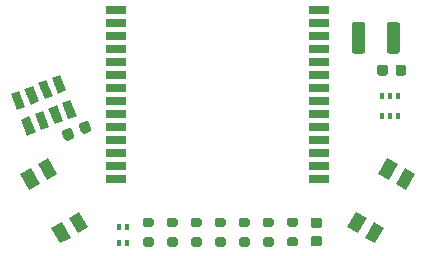
<source format=gbr>
G04 #@! TF.GenerationSoftware,KiCad,Pcbnew,(5.1.10)-1*
G04 #@! TF.CreationDate,2021-09-02T18:37:34+02:00*
G04 #@! TF.ProjectId,nrf52-sensor-tag,6e726635-322d-4736-956e-736f722d7461,rev?*
G04 #@! TF.SameCoordinates,Original*
G04 #@! TF.FileFunction,Paste,Top*
G04 #@! TF.FilePolarity,Positive*
%FSLAX46Y46*%
G04 Gerber Fmt 4.6, Leading zero omitted, Abs format (unit mm)*
G04 Created by KiCad (PCBNEW (5.1.10)-1) date 2021-09-02 18:37:34*
%MOMM*%
%LPD*%
G01*
G04 APERTURE LIST*
%ADD10R,0.400000X0.500000*%
%ADD11R,1.700000X0.800000*%
%ADD12C,0.100000*%
%ADD13R,0.300000X0.550000*%
G04 APERTURE END LIST*
G36*
G01*
X136066100Y-59964501D02*
X136066100Y-57764499D01*
G75*
G02*
X136316099Y-57514500I249999J0D01*
G01*
X136966101Y-57514500D01*
G75*
G02*
X137216100Y-57764499I0J-249999D01*
G01*
X137216100Y-59964501D01*
G75*
G02*
X136966101Y-60214500I-249999J0D01*
G01*
X136316099Y-60214500D01*
G75*
G02*
X136066100Y-59964501I0J249999D01*
G01*
G37*
G36*
G01*
X133116100Y-59964501D02*
X133116100Y-57764499D01*
G75*
G02*
X133366099Y-57514500I249999J0D01*
G01*
X134016101Y-57514500D01*
G75*
G02*
X134266100Y-57764499I0J-249999D01*
G01*
X134266100Y-59964501D01*
G75*
G02*
X134016101Y-60214500I-249999J0D01*
G01*
X133366099Y-60214500D01*
G75*
G02*
X133116100Y-59964501I0J249999D01*
G01*
G37*
G36*
G01*
X115620000Y-75736000D02*
X116170000Y-75736000D01*
G75*
G02*
X116370000Y-75936000I0J-200000D01*
G01*
X116370000Y-76336000D01*
G75*
G02*
X116170000Y-76536000I-200000J0D01*
G01*
X115620000Y-76536000D01*
G75*
G02*
X115420000Y-76336000I0J200000D01*
G01*
X115420000Y-75936000D01*
G75*
G02*
X115620000Y-75736000I200000J0D01*
G01*
G37*
G36*
G01*
X115620000Y-74086000D02*
X116170000Y-74086000D01*
G75*
G02*
X116370000Y-74286000I0J-200000D01*
G01*
X116370000Y-74686000D01*
G75*
G02*
X116170000Y-74886000I-200000J0D01*
G01*
X115620000Y-74886000D01*
G75*
G02*
X115420000Y-74686000I0J200000D01*
G01*
X115420000Y-74286000D01*
G75*
G02*
X115620000Y-74086000I200000J0D01*
G01*
G37*
G36*
G01*
X117653000Y-75736000D02*
X118203000Y-75736000D01*
G75*
G02*
X118403000Y-75936000I0J-200000D01*
G01*
X118403000Y-76336000D01*
G75*
G02*
X118203000Y-76536000I-200000J0D01*
G01*
X117653000Y-76536000D01*
G75*
G02*
X117453000Y-76336000I0J200000D01*
G01*
X117453000Y-75936000D01*
G75*
G02*
X117653000Y-75736000I200000J0D01*
G01*
G37*
G36*
G01*
X117653000Y-74086000D02*
X118203000Y-74086000D01*
G75*
G02*
X118403000Y-74286000I0J-200000D01*
G01*
X118403000Y-74686000D01*
G75*
G02*
X118203000Y-74886000I-200000J0D01*
G01*
X117653000Y-74886000D01*
G75*
G02*
X117453000Y-74686000I0J200000D01*
G01*
X117453000Y-74286000D01*
G75*
G02*
X117653000Y-74086000I200000J0D01*
G01*
G37*
G36*
G01*
X120235000Y-74886000D02*
X119685000Y-74886000D01*
G75*
G02*
X119485000Y-74686000I0J200000D01*
G01*
X119485000Y-74286000D01*
G75*
G02*
X119685000Y-74086000I200000J0D01*
G01*
X120235000Y-74086000D01*
G75*
G02*
X120435000Y-74286000I0J-200000D01*
G01*
X120435000Y-74686000D01*
G75*
G02*
X120235000Y-74886000I-200000J0D01*
G01*
G37*
G36*
G01*
X120235000Y-76536000D02*
X119685000Y-76536000D01*
G75*
G02*
X119485000Y-76336000I0J200000D01*
G01*
X119485000Y-75936000D01*
G75*
G02*
X119685000Y-75736000I200000J0D01*
G01*
X120235000Y-75736000D01*
G75*
G02*
X120435000Y-75936000I0J-200000D01*
G01*
X120435000Y-76336000D01*
G75*
G02*
X120235000Y-76536000I-200000J0D01*
G01*
G37*
D10*
X113417000Y-74915000D03*
X114117000Y-74915000D03*
X114117000Y-76215000D03*
X113417000Y-76215000D03*
D11*
X130340000Y-70815000D03*
X130340000Y-69715000D03*
X130340000Y-68615000D03*
X130340000Y-67515000D03*
X130340000Y-66415000D03*
X130340000Y-65315000D03*
X130340000Y-64215000D03*
X130340000Y-63115000D03*
X130340000Y-62015000D03*
X130340000Y-60915000D03*
X130340000Y-59815000D03*
X130340000Y-58715000D03*
X130340000Y-57615000D03*
X130340000Y-56515000D03*
X113140000Y-70815000D03*
X113140000Y-69715000D03*
X113140000Y-68615000D03*
X113140000Y-67515000D03*
X113140000Y-66415000D03*
X113140000Y-65315000D03*
X113140000Y-64215000D03*
X113140000Y-63115000D03*
X113140000Y-62015000D03*
X113140000Y-60915000D03*
X113140000Y-59815000D03*
X113140000Y-58715000D03*
X113140000Y-57615000D03*
X113140000Y-56515000D03*
D12*
G36*
X104942837Y-63369440D02*
G01*
X105486017Y-64713857D01*
X104790629Y-64994812D01*
X104247449Y-63650395D01*
X104942837Y-63369440D01*
G37*
G36*
X106101817Y-62901182D02*
G01*
X106644997Y-64245599D01*
X105949609Y-64526554D01*
X105406429Y-63182137D01*
X106101817Y-62901182D01*
G37*
G36*
X107260796Y-62432923D02*
G01*
X107803976Y-63777340D01*
X107108588Y-64058295D01*
X106565408Y-62713878D01*
X107260796Y-62432923D01*
G37*
G36*
X108419776Y-61964665D02*
G01*
X108962956Y-63309082D01*
X108267568Y-63590037D01*
X107724388Y-62245620D01*
X108419776Y-61964665D01*
G37*
G36*
X109281371Y-64097188D02*
G01*
X109824551Y-65441605D01*
X109129163Y-65722560D01*
X108585983Y-64378143D01*
X109281371Y-64097188D01*
G37*
G36*
X108122391Y-64565446D02*
G01*
X108665571Y-65909863D01*
X107970183Y-66190818D01*
X107427003Y-64846401D01*
X108122391Y-64565446D01*
G37*
G36*
X106963412Y-65033705D02*
G01*
X107506592Y-66378122D01*
X106811204Y-66659077D01*
X106268024Y-65314660D01*
X106963412Y-65033705D01*
G37*
G36*
X105804432Y-65501963D02*
G01*
X106347612Y-66846380D01*
X105652224Y-67127335D01*
X105109044Y-65782918D01*
X105804432Y-65501963D01*
G37*
D13*
X137023000Y-65518000D03*
X136373000Y-65518000D03*
X135723000Y-65518000D03*
X135723000Y-63768000D03*
X136373000Y-63768000D03*
X137023000Y-63768000D03*
G36*
G01*
X136825000Y-61845000D02*
X136825000Y-61345000D01*
G75*
G02*
X137050000Y-61120000I225000J0D01*
G01*
X137500000Y-61120000D01*
G75*
G02*
X137725000Y-61345000I0J-225000D01*
G01*
X137725000Y-61845000D01*
G75*
G02*
X137500000Y-62070000I-225000J0D01*
G01*
X137050000Y-62070000D01*
G75*
G02*
X136825000Y-61845000I0J225000D01*
G01*
G37*
G36*
G01*
X135275000Y-61845000D02*
X135275000Y-61345000D01*
G75*
G02*
X135500000Y-61120000I225000J0D01*
G01*
X135950000Y-61120000D01*
G75*
G02*
X136175000Y-61345000I0J-225000D01*
G01*
X136175000Y-61845000D01*
G75*
G02*
X135950000Y-62070000I-225000J0D01*
G01*
X135500000Y-62070000D01*
G75*
G02*
X135275000Y-61845000I0J225000D01*
G01*
G37*
G36*
G01*
X110224986Y-66848548D02*
X110037683Y-66384957D01*
G75*
G02*
X110162013Y-66092055I208616J84286D01*
G01*
X110579246Y-65923482D01*
G75*
G02*
X110872148Y-66047812I84286J-208616D01*
G01*
X111059451Y-66511403D01*
G75*
G02*
X110935121Y-66804305I-208616J-84286D01*
G01*
X110517888Y-66972878D01*
G75*
G02*
X110224986Y-66848548I-84286J208616D01*
G01*
G37*
G36*
G01*
X108787852Y-67429188D02*
X108600549Y-66965597D01*
G75*
G02*
X108724879Y-66672695I208616J84286D01*
G01*
X109142112Y-66504122D01*
G75*
G02*
X109435014Y-66628452I84286J-208616D01*
G01*
X109622317Y-67092043D01*
G75*
G02*
X109497987Y-67384945I-208616J-84286D01*
G01*
X109080754Y-67553518D01*
G75*
G02*
X108787852Y-67429188I-84286J208616D01*
G01*
G37*
G36*
G01*
X128366000Y-74873300D02*
X127816000Y-74873300D01*
G75*
G02*
X127616000Y-74673300I0J200000D01*
G01*
X127616000Y-74273300D01*
G75*
G02*
X127816000Y-74073300I200000J0D01*
G01*
X128366000Y-74073300D01*
G75*
G02*
X128566000Y-74273300I0J-200000D01*
G01*
X128566000Y-74673300D01*
G75*
G02*
X128366000Y-74873300I-200000J0D01*
G01*
G37*
G36*
G01*
X128366000Y-76523300D02*
X127816000Y-76523300D01*
G75*
G02*
X127616000Y-76323300I0J200000D01*
G01*
X127616000Y-75923300D01*
G75*
G02*
X127816000Y-75723300I200000J0D01*
G01*
X128366000Y-75723300D01*
G75*
G02*
X128566000Y-75923300I0J-200000D01*
G01*
X128566000Y-76323300D01*
G75*
G02*
X128366000Y-76523300I-200000J0D01*
G01*
G37*
G36*
G01*
X121718000Y-74086000D02*
X122268000Y-74086000D01*
G75*
G02*
X122468000Y-74286000I0J-200000D01*
G01*
X122468000Y-74686000D01*
G75*
G02*
X122268000Y-74886000I-200000J0D01*
G01*
X121718000Y-74886000D01*
G75*
G02*
X121518000Y-74686000I0J200000D01*
G01*
X121518000Y-74286000D01*
G75*
G02*
X121718000Y-74086000I200000J0D01*
G01*
G37*
G36*
G01*
X121718000Y-75736000D02*
X122268000Y-75736000D01*
G75*
G02*
X122468000Y-75936000I0J-200000D01*
G01*
X122468000Y-76336000D01*
G75*
G02*
X122268000Y-76536000I-200000J0D01*
G01*
X121718000Y-76536000D01*
G75*
G02*
X121518000Y-76336000I0J200000D01*
G01*
X121518000Y-75936000D01*
G75*
G02*
X121718000Y-75736000I200000J0D01*
G01*
G37*
G36*
G01*
X124301000Y-74886000D02*
X123751000Y-74886000D01*
G75*
G02*
X123551000Y-74686000I0J200000D01*
G01*
X123551000Y-74286000D01*
G75*
G02*
X123751000Y-74086000I200000J0D01*
G01*
X124301000Y-74086000D01*
G75*
G02*
X124501000Y-74286000I0J-200000D01*
G01*
X124501000Y-74686000D01*
G75*
G02*
X124301000Y-74886000I-200000J0D01*
G01*
G37*
G36*
G01*
X124301000Y-76536000D02*
X123751000Y-76536000D01*
G75*
G02*
X123551000Y-76336000I0J200000D01*
G01*
X123551000Y-75936000D01*
G75*
G02*
X123751000Y-75736000I200000J0D01*
G01*
X124301000Y-75736000D01*
G75*
G02*
X124501000Y-75936000I0J-200000D01*
G01*
X124501000Y-76336000D01*
G75*
G02*
X124301000Y-76536000I-200000J0D01*
G01*
G37*
G36*
G01*
X126333000Y-74886000D02*
X125783000Y-74886000D01*
G75*
G02*
X125583000Y-74686000I0J200000D01*
G01*
X125583000Y-74286000D01*
G75*
G02*
X125783000Y-74086000I200000J0D01*
G01*
X126333000Y-74086000D01*
G75*
G02*
X126533000Y-74286000I0J-200000D01*
G01*
X126533000Y-74686000D01*
G75*
G02*
X126333000Y-74886000I-200000J0D01*
G01*
G37*
G36*
G01*
X126333000Y-76536000D02*
X125783000Y-76536000D01*
G75*
G02*
X125583000Y-76336000I0J200000D01*
G01*
X125583000Y-75936000D01*
G75*
G02*
X125783000Y-75736000I200000J0D01*
G01*
X126333000Y-75736000D01*
G75*
G02*
X126533000Y-75936000I0J-200000D01*
G01*
X126533000Y-76336000D01*
G75*
G02*
X126333000Y-76536000I-200000J0D01*
G01*
G37*
D12*
G36*
X105830865Y-71716853D02*
G01*
X105055865Y-70374513D01*
X105921891Y-69874513D01*
X106696891Y-71216853D01*
X105830865Y-71716853D01*
G37*
G36*
X107303109Y-70866853D02*
G01*
X106528109Y-69524513D01*
X107394135Y-69024513D01*
X108169135Y-70366853D01*
X107303109Y-70866853D01*
G37*
G36*
X108455865Y-76263487D02*
G01*
X107680865Y-74921147D01*
X108546891Y-74421147D01*
X109321891Y-75763487D01*
X108455865Y-76263487D01*
G37*
G36*
X109928109Y-75413487D02*
G01*
X109153109Y-74071147D01*
X110019135Y-73571147D01*
X110794135Y-74913487D01*
X109928109Y-75413487D01*
G37*
G36*
X135855135Y-74921147D02*
G01*
X135080135Y-76263487D01*
X134214109Y-75763487D01*
X134989109Y-74421147D01*
X135855135Y-74921147D01*
G37*
G36*
X134382891Y-74071147D02*
G01*
X133607891Y-75413487D01*
X132741865Y-74913487D01*
X133516865Y-73571147D01*
X134382891Y-74071147D01*
G37*
G36*
X138480135Y-70374513D02*
G01*
X137705135Y-71716853D01*
X136839109Y-71216853D01*
X137614109Y-69874513D01*
X138480135Y-70374513D01*
G37*
G36*
X137007891Y-69524513D02*
G01*
X136232891Y-70866853D01*
X135366865Y-70366853D01*
X136141865Y-69024513D01*
X137007891Y-69524513D01*
G37*
G36*
G01*
X129874000Y-75623300D02*
X130374000Y-75623300D01*
G75*
G02*
X130599000Y-75848300I0J-225000D01*
G01*
X130599000Y-76298300D01*
G75*
G02*
X130374000Y-76523300I-225000J0D01*
G01*
X129874000Y-76523300D01*
G75*
G02*
X129649000Y-76298300I0J225000D01*
G01*
X129649000Y-75848300D01*
G75*
G02*
X129874000Y-75623300I225000J0D01*
G01*
G37*
G36*
G01*
X129874000Y-74073300D02*
X130374000Y-74073300D01*
G75*
G02*
X130599000Y-74298300I0J-225000D01*
G01*
X130599000Y-74748300D01*
G75*
G02*
X130374000Y-74973300I-225000J0D01*
G01*
X129874000Y-74973300D01*
G75*
G02*
X129649000Y-74748300I0J225000D01*
G01*
X129649000Y-74298300D01*
G75*
G02*
X129874000Y-74073300I225000J0D01*
G01*
G37*
M02*

</source>
